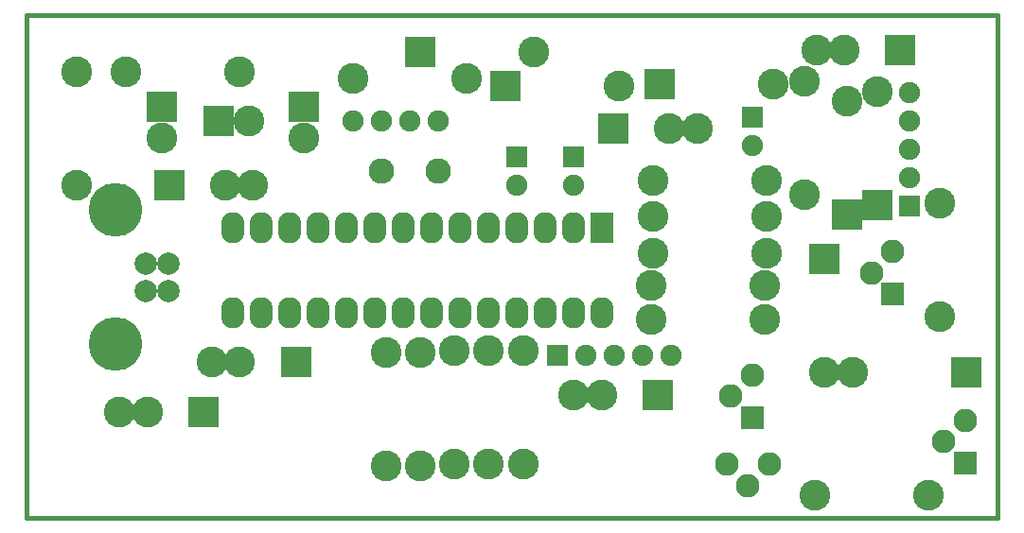
<source format=gts>
G04 (created by PCBNEW-RS274X (2010-05-05 BZR 2356)-stable) date Fri 25 Feb 2011 10:54:22 AM CET*
G01*
G70*
G90*
%MOIN*%
G04 Gerber Fmt 3.4, Leading zero omitted, Abs format*
%FSLAX34Y34*%
G04 APERTURE LIST*
%ADD10C,0.006000*%
%ADD11C,0.015000*%
%ADD12R,0.083000X0.083000*%
%ADD13C,0.083000*%
%ADD14O,0.082000X0.110000*%
%ADD15R,0.082000X0.110000*%
%ADD16R,0.075000X0.075000*%
%ADD17C,0.075000*%
%ADD18C,0.090000*%
%ADD19R,0.108600X0.108600*%
%ADD20C,0.108600*%
%ADD21C,0.189300*%
%ADD22C,0.079100*%
G04 APERTURE END LIST*
G54D10*
G54D11*
X45000Y-37750D02*
X46200Y-37750D01*
X46200Y-20000D02*
X46200Y-20050D01*
X45000Y-20000D02*
X46200Y-20000D01*
X44250Y-37750D02*
X45000Y-37750D01*
X44250Y-20000D02*
X45000Y-20000D01*
X46200Y-37750D02*
X46200Y-20000D01*
X12000Y-37750D02*
X44250Y-37750D01*
X12000Y-20000D02*
X12000Y-37750D01*
X44250Y-20000D02*
X12000Y-20000D01*
G54D12*
X37550Y-34200D03*
G54D13*
X36800Y-33450D03*
X37550Y-32700D03*
X38150Y-35850D03*
X37400Y-36600D03*
X36650Y-35850D03*
G54D12*
X42500Y-29850D03*
G54D13*
X41750Y-29100D03*
X42500Y-28350D03*
G54D14*
X31250Y-27500D03*
X30250Y-27500D03*
X29250Y-27500D03*
X28250Y-27500D03*
X27250Y-27500D03*
X26250Y-27500D03*
X25250Y-27500D03*
X24250Y-27500D03*
X23250Y-27500D03*
X22250Y-27500D03*
X21250Y-27500D03*
X20250Y-27500D03*
X19250Y-27500D03*
G54D15*
X32250Y-27500D03*
G54D14*
X19250Y-30500D03*
X20250Y-30500D03*
X21250Y-30500D03*
X22250Y-30500D03*
X23250Y-30500D03*
X24250Y-30500D03*
X25250Y-30500D03*
X26250Y-30500D03*
X27250Y-30500D03*
X28250Y-30500D03*
X29250Y-30500D03*
X30250Y-30500D03*
X31250Y-30500D03*
X32250Y-30500D03*
G54D16*
X37550Y-23600D03*
G54D17*
X37550Y-24600D03*
G54D16*
X31250Y-25000D03*
G54D17*
X31250Y-26000D03*
G54D16*
X29250Y-25000D03*
G54D17*
X29250Y-26000D03*
G54D18*
X24500Y-25500D03*
X26500Y-25500D03*
G54D16*
X30700Y-32000D03*
G54D17*
X31700Y-32000D03*
X32700Y-32000D03*
X33700Y-32000D03*
X34700Y-32000D03*
G54D16*
X43100Y-26750D03*
G54D17*
X43100Y-25750D03*
X43100Y-24750D03*
X43100Y-23750D03*
X43100Y-22750D03*
G54D19*
X32674Y-24000D03*
G54D20*
X35626Y-24000D03*
X34642Y-24000D03*
G54D19*
X34226Y-33400D03*
G54D20*
X31274Y-33400D03*
X32258Y-33400D03*
G54D19*
X18226Y-34000D03*
G54D20*
X15274Y-34000D03*
X16258Y-34000D03*
G54D19*
X21484Y-32250D03*
G54D20*
X18532Y-32250D03*
X19516Y-32250D03*
G54D19*
X42776Y-21250D03*
G54D20*
X39824Y-21250D03*
X40808Y-21250D03*
G54D19*
X17024Y-26000D03*
G54D20*
X19976Y-26000D03*
X18992Y-26000D03*
G54D19*
X25850Y-21300D03*
G54D20*
X29850Y-21300D03*
G54D19*
X28850Y-22500D03*
G54D20*
X32850Y-22500D03*
G54D19*
X34300Y-22450D03*
G54D20*
X38300Y-22450D03*
G54D19*
X45100Y-32600D03*
G54D20*
X41100Y-32600D03*
G54D19*
X21750Y-23250D03*
G54D20*
X21750Y-24341D03*
G54D19*
X18750Y-23750D03*
G54D20*
X19841Y-23750D03*
G54D19*
X16750Y-23250D03*
G54D20*
X16750Y-24341D03*
G54D19*
X41950Y-26700D03*
G54D20*
X41950Y-22700D03*
G54D19*
X40900Y-27050D03*
G54D20*
X40900Y-23050D03*
G54D21*
X15148Y-26886D03*
X15148Y-31618D03*
G54D22*
X17000Y-29742D03*
X16210Y-29742D03*
X16210Y-28758D03*
X17000Y-28758D03*
G54D17*
X24500Y-23750D03*
X23500Y-23750D03*
X25500Y-23750D03*
X26500Y-23750D03*
G54D20*
X39400Y-22350D03*
X39400Y-26350D03*
X28250Y-31850D03*
X28250Y-35850D03*
X29500Y-31850D03*
X29500Y-35850D03*
X24650Y-35900D03*
X24650Y-31900D03*
X25850Y-35900D03*
X25850Y-31900D03*
X27500Y-22250D03*
X23500Y-22250D03*
X19500Y-22000D03*
X15500Y-22000D03*
X13750Y-26000D03*
X13750Y-22000D03*
X27050Y-31850D03*
X27050Y-35850D03*
X34000Y-29550D03*
X38000Y-29550D03*
X34000Y-30750D03*
X38000Y-30750D03*
G54D19*
X40100Y-28600D03*
G54D20*
X40100Y-32600D03*
X38050Y-25850D03*
X34050Y-25850D03*
X34050Y-27100D03*
X38050Y-27100D03*
X34050Y-28400D03*
X38050Y-28400D03*
X44150Y-26650D03*
X44150Y-30650D03*
X39750Y-36950D03*
X43750Y-36950D03*
G54D12*
X45050Y-35800D03*
G54D13*
X44300Y-35050D03*
X45050Y-34300D03*
M02*

</source>
